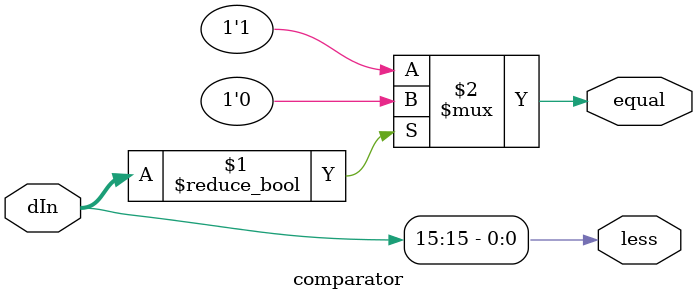
<source format=v>

module comparator #(parameter N = 16) (
	input signed [N-1:0] dIn,
	output equal, less);
	
	assign equal = (dIn) ? 1'b0 : 1'b1;
	assign less = dIn[N-1];
endmodule

</source>
